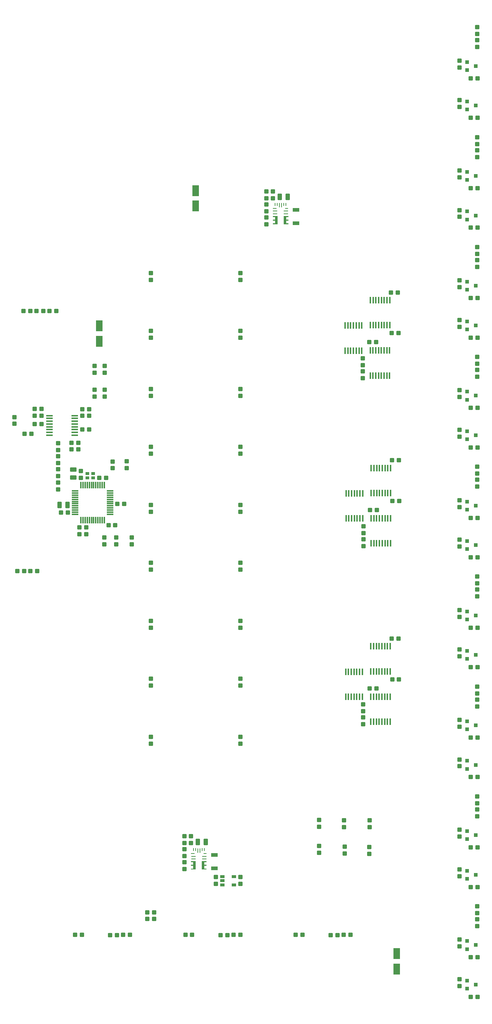
<source format=gtp>
G04*
G04 #@! TF.GenerationSoftware,Altium Limited,Altium Designer,23.10.1 (27)*
G04*
G04 Layer_Color=8421504*
%FSLAX44Y44*%
%MOMM*%
G71*
G04*
G04 #@! TF.SameCoordinates,2E78A80F-BD86-4490-A529-E194FF2111EF*
G04*
G04*
G04 #@! TF.FilePolarity,Positive*
G04*
G01*
G75*
G04:AMPARAMS|DCode=18|XSize=0.9398mm|YSize=0.9906mm|CornerRadius=0.047mm|HoleSize=0mm|Usage=FLASHONLY|Rotation=90.000|XOffset=0mm|YOffset=0mm|HoleType=Round|Shape=RoundedRectangle|*
%AMROUNDEDRECTD18*
21,1,0.9398,0.8966,0,0,90.0*
21,1,0.8458,0.9906,0,0,90.0*
1,1,0.0940,0.4483,0.4229*
1,1,0.0940,0.4483,-0.4229*
1,1,0.0940,-0.4483,-0.4229*
1,1,0.0940,-0.4483,0.4229*
%
%ADD18ROUNDEDRECTD18*%
G04:AMPARAMS|DCode=19|XSize=0.9398mm|YSize=0.9906mm|CornerRadius=0.047mm|HoleSize=0mm|Usage=FLASHONLY|Rotation=0.000|XOffset=0mm|YOffset=0mm|HoleType=Round|Shape=RoundedRectangle|*
%AMROUNDEDRECTD19*
21,1,0.9398,0.8966,0,0,0.0*
21,1,0.8458,0.9906,0,0,0.0*
1,1,0.0940,0.4229,-0.4483*
1,1,0.0940,-0.4229,-0.4483*
1,1,0.0940,-0.4229,0.4483*
1,1,0.0940,0.4229,0.4483*
%
%ADD19ROUNDEDRECTD19*%
G04:AMPARAMS|DCode=20|XSize=0.7874mm|YSize=0.7112mm|CornerRadius=0.0356mm|HoleSize=0mm|Usage=FLASHONLY|Rotation=0.000|XOffset=0mm|YOffset=0mm|HoleType=Round|Shape=RoundedRectangle|*
%AMROUNDEDRECTD20*
21,1,0.7874,0.6401,0,0,0.0*
21,1,0.7163,0.7112,0,0,0.0*
1,1,0.0711,0.3581,-0.3200*
1,1,0.0711,-0.3581,-0.3200*
1,1,0.0711,-0.3581,0.3200*
1,1,0.0711,0.3581,0.3200*
%
%ADD20ROUNDEDRECTD20*%
G04:AMPARAMS|DCode=21|XSize=1.5494mm|YSize=0.3556mm|CornerRadius=0.0178mm|HoleSize=0mm|Usage=FLASHONLY|Rotation=270.000|XOffset=0mm|YOffset=0mm|HoleType=Round|Shape=RoundedRectangle|*
%AMROUNDEDRECTD21*
21,1,1.5494,0.3200,0,0,270.0*
21,1,1.5138,0.3556,0,0,270.0*
1,1,0.0356,-0.1600,-0.7569*
1,1,0.0356,-0.1600,0.7569*
1,1,0.0356,0.1600,0.7569*
1,1,0.0356,0.1600,-0.7569*
%
%ADD21ROUNDEDRECTD21*%
G04:AMPARAMS|DCode=22|XSize=0.6096mm|YSize=1.0414mm|CornerRadius=0.0305mm|HoleSize=0mm|Usage=FLASHONLY|Rotation=270.000|XOffset=0mm|YOffset=0mm|HoleType=Round|Shape=RoundedRectangle|*
%AMROUNDEDRECTD22*
21,1,0.6096,0.9804,0,0,270.0*
21,1,0.5486,1.0414,0,0,270.0*
1,1,0.0610,-0.4902,-0.2743*
1,1,0.0610,-0.4902,0.2743*
1,1,0.0610,0.4902,0.2743*
1,1,0.0610,0.4902,-0.2743*
%
%ADD22ROUNDEDRECTD22*%
G04:AMPARAMS|DCode=23|XSize=1.5494mm|YSize=0.3556mm|CornerRadius=0.0178mm|HoleSize=0mm|Usage=FLASHONLY|Rotation=180.000|XOffset=0mm|YOffset=0mm|HoleType=Round|Shape=RoundedRectangle|*
%AMROUNDEDRECTD23*
21,1,1.5494,0.3200,0,0,180.0*
21,1,1.5138,0.3556,0,0,180.0*
1,1,0.0356,-0.7569,0.1600*
1,1,0.0356,0.7569,0.1600*
1,1,0.0356,0.7569,-0.1600*
1,1,0.0356,-0.7569,-0.1600*
%
%ADD23ROUNDEDRECTD23*%
G04:AMPARAMS|DCode=24|XSize=0.25mm|YSize=0.7mm|CornerRadius=0.0125mm|HoleSize=0mm|Usage=FLASHONLY|Rotation=0.000|XOffset=0mm|YOffset=0mm|HoleType=Round|Shape=RoundedRectangle|*
%AMROUNDEDRECTD24*
21,1,0.2500,0.6750,0,0,0.0*
21,1,0.2250,0.7000,0,0,0.0*
1,1,0.0250,0.1125,-0.3375*
1,1,0.0250,-0.1125,-0.3375*
1,1,0.0250,-0.1125,0.3375*
1,1,0.0250,0.1125,0.3375*
%
%ADD24ROUNDEDRECTD24*%
G04:AMPARAMS|DCode=25|XSize=0.25mm|YSize=1.1mm|CornerRadius=0.0125mm|HoleSize=0mm|Usage=FLASHONLY|Rotation=0.000|XOffset=0mm|YOffset=0mm|HoleType=Round|Shape=RoundedRectangle|*
%AMROUNDEDRECTD25*
21,1,0.2500,1.0750,0,0,0.0*
21,1,0.2250,1.1000,0,0,0.0*
1,1,0.0250,0.1125,-0.5375*
1,1,0.0250,-0.1125,-0.5375*
1,1,0.0250,-0.1125,0.5375*
1,1,0.0250,0.1125,0.5375*
%
%ADD25ROUNDEDRECTD25*%
G04:AMPARAMS|DCode=26|XSize=0.25mm|YSize=0.7mm|CornerRadius=0.0125mm|HoleSize=0mm|Usage=FLASHONLY|Rotation=90.000|XOffset=0mm|YOffset=0mm|HoleType=Round|Shape=RoundedRectangle|*
%AMROUNDEDRECTD26*
21,1,0.2500,0.6750,0,0,90.0*
21,1,0.2250,0.7000,0,0,90.0*
1,1,0.0250,0.3375,0.1125*
1,1,0.0250,0.3375,-0.1125*
1,1,0.0250,-0.3375,-0.1125*
1,1,0.0250,-0.3375,0.1125*
%
%ADD26ROUNDEDRECTD26*%
G04:AMPARAMS|DCode=27|XSize=0.25mm|YSize=1.1mm|CornerRadius=0.0125mm|HoleSize=0mm|Usage=FLASHONLY|Rotation=90.000|XOffset=0mm|YOffset=0mm|HoleType=Round|Shape=RoundedRectangle|*
%AMROUNDEDRECTD27*
21,1,0.2500,1.0750,0,0,90.0*
21,1,0.2250,1.1000,0,0,90.0*
1,1,0.0250,0.5375,0.1125*
1,1,0.0250,0.5375,-0.1125*
1,1,0.0250,-0.5375,-0.1125*
1,1,0.0250,-0.5375,0.1125*
%
%ADD27ROUNDEDRECTD27*%
G04:AMPARAMS|DCode=28|XSize=0.25mm|YSize=0.8mm|CornerRadius=0.0125mm|HoleSize=0mm|Usage=FLASHONLY|Rotation=90.000|XOffset=0mm|YOffset=0mm|HoleType=Round|Shape=RoundedRectangle|*
%AMROUNDEDRECTD28*
21,1,0.2500,0.7750,0,0,90.0*
21,1,0.2250,0.8000,0,0,90.0*
1,1,0.0250,0.3875,0.1125*
1,1,0.0250,0.3875,-0.1125*
1,1,0.0250,-0.3875,-0.1125*
1,1,0.0250,-0.3875,0.1125*
%
%ADD28ROUNDEDRECTD28*%
G04:AMPARAMS|DCode=29|XSize=1.6002mm|YSize=0.2997mm|CornerRadius=0.015mm|HoleSize=0mm|Usage=FLASHONLY|Rotation=90.000|XOffset=0mm|YOffset=0mm|HoleType=Round|Shape=RoundedRectangle|*
%AMROUNDEDRECTD29*
21,1,1.6002,0.2697,0,0,90.0*
21,1,1.5702,0.2997,0,0,90.0*
1,1,0.0300,0.1349,0.7851*
1,1,0.0300,0.1349,-0.7851*
1,1,0.0300,-0.1349,-0.7851*
1,1,0.0300,-0.1349,0.7851*
%
%ADD29ROUNDEDRECTD29*%
G04:AMPARAMS|DCode=30|XSize=1.6002mm|YSize=0.2997mm|CornerRadius=0.015mm|HoleSize=0mm|Usage=FLASHONLY|Rotation=180.000|XOffset=0mm|YOffset=0mm|HoleType=Round|Shape=RoundedRectangle|*
%AMROUNDEDRECTD30*
21,1,1.6002,0.2697,0,0,180.0*
21,1,1.5702,0.2997,0,0,180.0*
1,1,0.0300,-0.7851,0.1349*
1,1,0.0300,0.7851,0.1349*
1,1,0.0300,0.7851,-0.1349*
1,1,0.0300,-0.7851,-0.1349*
%
%ADD30ROUNDEDRECTD30*%
G04:AMPARAMS|DCode=31|XSize=0.7874mm|YSize=0.889mm|CornerRadius=0.0394mm|HoleSize=0mm|Usage=FLASHONLY|Rotation=90.000|XOffset=0mm|YOffset=0mm|HoleType=Round|Shape=RoundedRectangle|*
%AMROUNDEDRECTD31*
21,1,0.7874,0.8103,0,0,90.0*
21,1,0.7087,0.8890,0,0,90.0*
1,1,0.0787,0.4051,0.3543*
1,1,0.0787,0.4051,-0.3543*
1,1,0.0787,-0.4051,-0.3543*
1,1,0.0787,-0.4051,0.3543*
%
%ADD31ROUNDEDRECTD31*%
G04:AMPARAMS|DCode=32|XSize=1.6002mm|YSize=2.5908mm|CornerRadius=0.2mm|HoleSize=0mm|Usage=FLASHONLY|Rotation=0.000|XOffset=0mm|YOffset=0mm|HoleType=Round|Shape=RoundedRectangle|*
%AMROUNDEDRECTD32*
21,1,1.6002,2.1908,0,0,0.0*
21,1,1.2002,2.5908,0,0,0.0*
1,1,0.4001,0.6001,-1.0954*
1,1,0.4001,-0.6001,-1.0954*
1,1,0.4001,-0.6001,1.0954*
1,1,0.4001,0.6001,1.0954*
%
%ADD32ROUNDEDRECTD32*%
G04:AMPARAMS|DCode=33|XSize=0.9906mm|YSize=1.4478mm|CornerRadius=0.0495mm|HoleSize=0mm|Usage=FLASHONLY|Rotation=180.000|XOffset=0mm|YOffset=0mm|HoleType=Round|Shape=RoundedRectangle|*
%AMROUNDEDRECTD33*
21,1,0.9906,1.3487,0,0,180.0*
21,1,0.8915,1.4478,0,0,180.0*
1,1,0.0991,-0.4458,0.6744*
1,1,0.0991,0.4458,0.6744*
1,1,0.0991,0.4458,-0.6744*
1,1,0.0991,-0.4458,-0.6744*
%
%ADD33ROUNDEDRECTD33*%
G04:AMPARAMS|DCode=34|XSize=0.889mm|YSize=1.6002mm|CornerRadius=0.0445mm|HoleSize=0mm|Usage=FLASHONLY|Rotation=270.000|XOffset=0mm|YOffset=0mm|HoleType=Round|Shape=RoundedRectangle|*
%AMROUNDEDRECTD34*
21,1,0.8890,1.5113,0,0,270.0*
21,1,0.8001,1.6002,0,0,270.0*
1,1,0.0889,-0.7557,-0.4001*
1,1,0.0889,-0.7557,0.4001*
1,1,0.0889,0.7557,0.4001*
1,1,0.0889,0.7557,-0.4001*
%
%ADD34ROUNDEDRECTD34*%
G04:AMPARAMS|DCode=35|XSize=0.9906mm|YSize=1.4478mm|CornerRadius=0.0495mm|HoleSize=0mm|Usage=FLASHONLY|Rotation=90.000|XOffset=0mm|YOffset=0mm|HoleType=Round|Shape=RoundedRectangle|*
%AMROUNDEDRECTD35*
21,1,0.9906,1.3487,0,0,90.0*
21,1,0.8915,1.4478,0,0,90.0*
1,1,0.0991,0.6744,0.4458*
1,1,0.0991,0.6744,-0.4458*
1,1,0.0991,-0.6744,-0.4458*
1,1,0.0991,-0.6744,0.4458*
%
%ADD35ROUNDEDRECTD35*%
G36*
X445882Y325984D02*
X434882D01*
Y328484D01*
X439882D01*
Y334484D01*
X434882D01*
Y336984D01*
X439882D01*
Y342984D01*
X434882D01*
Y345484D01*
X445882D01*
Y325984D01*
D02*
G37*
G36*
X470882Y342984D02*
X465882D01*
Y336984D01*
X470882D01*
Y334484D01*
X465882D01*
Y328484D01*
X470882D01*
Y325984D01*
X459882D01*
Y345484D01*
X470882D01*
Y342984D01*
D02*
G37*
G36*
X637652Y1838300D02*
X626652D01*
Y1840800D01*
X631652D01*
Y1846800D01*
X626652D01*
Y1849300D01*
X631652D01*
Y1855300D01*
X626652D01*
Y1857800D01*
X637652D01*
Y1838300D01*
D02*
G37*
G36*
X662652Y1855300D02*
X657652D01*
Y1849300D01*
X662652D01*
Y1846800D01*
X657652D01*
Y1840800D01*
X662652D01*
Y1838300D01*
X651652D01*
Y1857800D01*
X662652D01*
Y1855300D01*
D02*
G37*
D18*
X20574Y1386840D02*
D03*
Y1370838D02*
D03*
X283718Y1267206D02*
D03*
Y1283208D02*
D03*
X250952Y1266698D02*
D03*
Y1282700D02*
D03*
X232410Y1490726D02*
D03*
Y1506728D02*
D03*
X208534Y1490472D02*
D03*
Y1506474D02*
D03*
X1106170Y240030D02*
D03*
Y224028D02*
D03*
Y497586D02*
D03*
Y481584D02*
D03*
Y755142D02*
D03*
Y739140D02*
D03*
Y1012698D02*
D03*
Y996696D02*
D03*
Y1270254D02*
D03*
Y1254252D02*
D03*
Y1527810D02*
D03*
Y1511808D02*
D03*
Y1785366D02*
D03*
Y1769364D02*
D03*
Y2042922D02*
D03*
Y2026920D02*
D03*
Y2300478D02*
D03*
Y2284476D02*
D03*
X1105916Y193548D02*
D03*
Y209550D02*
D03*
Y451104D02*
D03*
Y467106D02*
D03*
Y708660D02*
D03*
Y724662D02*
D03*
Y966216D02*
D03*
Y982218D02*
D03*
Y1223772D02*
D03*
Y1239774D02*
D03*
Y1481328D02*
D03*
Y1497330D02*
D03*
Y1738884D02*
D03*
Y1754886D02*
D03*
Y1996440D02*
D03*
Y2012442D02*
D03*
Y2253996D02*
D03*
Y2269998D02*
D03*
X1064260Y161798D02*
D03*
Y145796D02*
D03*
Y419354D02*
D03*
Y403352D02*
D03*
Y676910D02*
D03*
Y660908D02*
D03*
Y934466D02*
D03*
Y918464D02*
D03*
Y1192022D02*
D03*
Y1176020D02*
D03*
Y1449578D02*
D03*
Y1433576D02*
D03*
Y1707134D02*
D03*
Y1691132D02*
D03*
Y1964690D02*
D03*
Y1948688D02*
D03*
Y2222246D02*
D03*
Y2206244D02*
D03*
X1064514Y69088D02*
D03*
Y53086D02*
D03*
Y326644D02*
D03*
Y310642D02*
D03*
Y584200D02*
D03*
Y568198D02*
D03*
Y841756D02*
D03*
Y825754D02*
D03*
Y1099312D02*
D03*
Y1083310D02*
D03*
Y1356868D02*
D03*
Y1340866D02*
D03*
Y1614424D02*
D03*
Y1598422D02*
D03*
Y1871980D02*
D03*
Y1855978D02*
D03*
Y2129536D02*
D03*
Y2113534D02*
D03*
X550672Y621284D02*
D03*
Y637286D02*
D03*
X340360Y621284D02*
D03*
Y637286D02*
D03*
X550672Y757174D02*
D03*
Y773176D02*
D03*
X340360Y757174D02*
D03*
Y773176D02*
D03*
X550672Y893064D02*
D03*
Y909066D02*
D03*
X340360Y893064D02*
D03*
Y909066D02*
D03*
X550672Y1028954D02*
D03*
Y1044956D02*
D03*
X340360Y1028954D02*
D03*
Y1044956D02*
D03*
X550672Y1164844D02*
D03*
Y1180846D02*
D03*
X340360Y1164844D02*
D03*
Y1180846D02*
D03*
X550672Y1300734D02*
D03*
Y1316736D02*
D03*
X340360Y1300734D02*
D03*
Y1316736D02*
D03*
X550672Y1436624D02*
D03*
Y1452626D02*
D03*
X340360Y1436624D02*
D03*
Y1452626D02*
D03*
X550672Y1572514D02*
D03*
Y1588516D02*
D03*
X340360Y1572514D02*
D03*
Y1588516D02*
D03*
X550672Y1708404D02*
D03*
Y1724406D02*
D03*
X340360Y1708404D02*
D03*
Y1724406D02*
D03*
X347726Y226060D02*
D03*
Y210058D02*
D03*
X122682Y1248156D02*
D03*
Y1264158D02*
D03*
X794766Y379984D02*
D03*
Y363982D02*
D03*
X852932Y378968D02*
D03*
Y362966D02*
D03*
X735076Y381508D02*
D03*
Y365506D02*
D03*
X122682Y1233424D02*
D03*
Y1217422D02*
D03*
X332232Y226060D02*
D03*
Y210058D02*
D03*
X122682Y1309370D02*
D03*
Y1325372D02*
D03*
Y1294892D02*
D03*
Y1278890D02*
D03*
X208280Y1450848D02*
D03*
Y1434846D02*
D03*
X232156Y1450848D02*
D03*
Y1434846D02*
D03*
X611378Y1899920D02*
D03*
Y1915922D02*
D03*
Y1869440D02*
D03*
Y1885442D02*
D03*
X626872Y1899920D02*
D03*
Y1915922D02*
D03*
X611378Y1854962D02*
D03*
Y1838960D02*
D03*
X173228Y1112012D02*
D03*
Y1128014D02*
D03*
X419608Y388366D02*
D03*
Y404368D02*
D03*
Y357632D02*
D03*
Y373634D02*
D03*
X434848Y388366D02*
D03*
Y404368D02*
D03*
X419608Y327152D02*
D03*
Y343154D02*
D03*
X838708Y682498D02*
D03*
Y666496D02*
D03*
X839470Y1100582D02*
D03*
Y1084580D02*
D03*
X837438Y1494028D02*
D03*
Y1478026D02*
D03*
X838454Y696976D02*
D03*
Y712978D02*
D03*
X839216Y1115060D02*
D03*
Y1131062D02*
D03*
X837184Y1508506D02*
D03*
Y1524508D02*
D03*
X295402Y1104392D02*
D03*
Y1088390D02*
D03*
X258826Y1104392D02*
D03*
Y1088390D02*
D03*
X230886Y1104392D02*
D03*
Y1088390D02*
D03*
X493014Y308610D02*
D03*
Y292608D02*
D03*
X550164Y308610D02*
D03*
Y292608D02*
D03*
X188722Y1128014D02*
D03*
Y1112012D02*
D03*
X176530Y1260348D02*
D03*
Y1244346D02*
D03*
X853440Y425704D02*
D03*
Y441706D02*
D03*
X793750Y425704D02*
D03*
Y441706D02*
D03*
X734822Y426466D02*
D03*
Y442468D02*
D03*
D19*
X60452Y1347470D02*
D03*
X44450D02*
D03*
X219202Y1244600D02*
D03*
X235204D02*
D03*
X102870Y1635760D02*
D03*
X118872D02*
D03*
X57912Y1635506D02*
D03*
X41910D02*
D03*
X72390Y1635760D02*
D03*
X88392D02*
D03*
X1106678Y27686D02*
D03*
X1090676D02*
D03*
X1106678Y285242D02*
D03*
X1090676D02*
D03*
X1106678Y542798D02*
D03*
X1090676D02*
D03*
X1106678Y800354D02*
D03*
X1090676D02*
D03*
X1106678Y1057910D02*
D03*
X1090676D02*
D03*
X1106678Y1315466D02*
D03*
X1090676D02*
D03*
X1106678Y1573022D02*
D03*
X1090676D02*
D03*
X1106678Y1830578D02*
D03*
X1090676D02*
D03*
X1106678Y2088134D02*
D03*
X1090676D02*
D03*
X1106678Y120396D02*
D03*
X1090676D02*
D03*
X1106678Y377952D02*
D03*
X1090676D02*
D03*
X1106678Y635508D02*
D03*
X1090676D02*
D03*
X1106678Y893064D02*
D03*
X1090676D02*
D03*
X1106678Y1150620D02*
D03*
X1090676D02*
D03*
X1106678Y1408176D02*
D03*
X1090676D02*
D03*
X1106678Y1665732D02*
D03*
X1090676D02*
D03*
X1106678Y1923288D02*
D03*
X1090676D02*
D03*
X1106678Y2180844D02*
D03*
X1090676D02*
D03*
X695960Y172974D02*
D03*
X679958D02*
D03*
X437388D02*
D03*
X421386D02*
D03*
X178816D02*
D03*
X162814D02*
D03*
X778256Y172720D02*
D03*
X762254D02*
D03*
X519684D02*
D03*
X503682D02*
D03*
X261112D02*
D03*
X245110D02*
D03*
X792734Y172974D02*
D03*
X808736D02*
D03*
X534162D02*
D03*
X550164D02*
D03*
X275590D02*
D03*
X291592D02*
D03*
X57912Y1025906D02*
D03*
X73914D02*
D03*
X43180Y1025652D02*
D03*
X27178D02*
D03*
X179578Y1390142D02*
D03*
X195580D02*
D03*
X170180Y1311402D02*
D03*
X154178D02*
D03*
X83820Y1390142D02*
D03*
X67818D02*
D03*
X170180Y1326642D02*
D03*
X154178D02*
D03*
X906526Y771906D02*
D03*
X922528D02*
D03*
X907288Y1189990D02*
D03*
X923290D02*
D03*
X905256Y1583436D02*
D03*
X921258D02*
D03*
X921004Y867410D02*
D03*
X905002D02*
D03*
X921766Y1285494D02*
D03*
X905764D02*
D03*
X919734Y1678940D02*
D03*
X903732D02*
D03*
X853694Y750824D02*
D03*
X869696D02*
D03*
X854456Y1168908D02*
D03*
X870458D02*
D03*
X852424Y1562354D02*
D03*
X868426D02*
D03*
X179578Y1357630D02*
D03*
X195580D02*
D03*
Y1405128D02*
D03*
X179578D02*
D03*
X83820Y1370330D02*
D03*
X67818D02*
D03*
Y1405636D02*
D03*
X83820D02*
D03*
X261874Y1183132D02*
D03*
X277876D02*
D03*
X241046Y1133348D02*
D03*
X257048D02*
D03*
X130048Y1163320D02*
D03*
X146050D02*
D03*
D20*
X191516Y1254252D02*
D03*
X204724D02*
D03*
Y1244244D02*
D03*
X191516D02*
D03*
D21*
X856386Y849376D02*
D03*
Y790448D02*
D03*
X895401Y849376D02*
D03*
X888898D02*
D03*
X882396D02*
D03*
X875894D02*
D03*
X869391D02*
D03*
X862889D02*
D03*
X901903Y790448D02*
D03*
X895401D02*
D03*
X888898D02*
D03*
X882396D02*
D03*
X875894D02*
D03*
X869391D02*
D03*
X862889D02*
D03*
X901903Y849376D02*
D03*
X857148Y1267460D02*
D03*
Y1208532D02*
D03*
X896163Y1267460D02*
D03*
X889660D02*
D03*
X883158D02*
D03*
X876656D02*
D03*
X870153D02*
D03*
X863651D02*
D03*
X902665Y1208532D02*
D03*
X896163D02*
D03*
X889660D02*
D03*
X883158D02*
D03*
X876656D02*
D03*
X870153D02*
D03*
X863651D02*
D03*
X902665Y1267460D02*
D03*
X855116Y1660906D02*
D03*
Y1601978D02*
D03*
X894131Y1660906D02*
D03*
X887628D02*
D03*
X881126D02*
D03*
X874624D02*
D03*
X868121D02*
D03*
X861619D02*
D03*
X900633Y1601978D02*
D03*
X894131D02*
D03*
X887628D02*
D03*
X881126D02*
D03*
X874624D02*
D03*
X868121D02*
D03*
X861619D02*
D03*
X900633Y1660906D02*
D03*
X829869Y789940D02*
D03*
X823366D02*
D03*
X816864D02*
D03*
X810362D02*
D03*
X803859D02*
D03*
X797357D02*
D03*
X836371Y731012D02*
D03*
X829869D02*
D03*
X823366D02*
D03*
X816864D02*
D03*
X810362D02*
D03*
X803859D02*
D03*
X797357D02*
D03*
X836371Y789940D02*
D03*
X830631Y1208024D02*
D03*
X824128D02*
D03*
X817626D02*
D03*
X811124D02*
D03*
X804621D02*
D03*
X798119D02*
D03*
X837133Y1149096D02*
D03*
X830631D02*
D03*
X824128D02*
D03*
X817626D02*
D03*
X811124D02*
D03*
X804621D02*
D03*
X798119D02*
D03*
X837133Y1208024D02*
D03*
X828599Y1601470D02*
D03*
X822096D02*
D03*
X815594D02*
D03*
X809092D02*
D03*
X802589D02*
D03*
X796087D02*
D03*
X835101Y1542542D02*
D03*
X828599D02*
D03*
X822096D02*
D03*
X815594D02*
D03*
X809092D02*
D03*
X802589D02*
D03*
X796087D02*
D03*
X835101Y1601470D02*
D03*
X901802Y672592D02*
D03*
Y731520D02*
D03*
X862787Y672592D02*
D03*
X869290D02*
D03*
X875792D02*
D03*
X882294D02*
D03*
X888797D02*
D03*
X895299D02*
D03*
X856285Y731520D02*
D03*
X862787D02*
D03*
X869290D02*
D03*
X875792D02*
D03*
X882294D02*
D03*
X888797D02*
D03*
X895299D02*
D03*
X856285Y672592D02*
D03*
X902564Y1090676D02*
D03*
Y1149604D02*
D03*
X863549Y1090676D02*
D03*
X870052D02*
D03*
X876554D02*
D03*
X883056D02*
D03*
X889559D02*
D03*
X896061D02*
D03*
X857047Y1149604D02*
D03*
X863549D02*
D03*
X870052D02*
D03*
X876554D02*
D03*
X883056D02*
D03*
X889559D02*
D03*
X896061D02*
D03*
X857047Y1090676D02*
D03*
X900532Y1484122D02*
D03*
Y1543050D02*
D03*
X861517Y1484122D02*
D03*
X868020D02*
D03*
X874522D02*
D03*
X881024D02*
D03*
X887527D02*
D03*
X894029D02*
D03*
X855015Y1543050D02*
D03*
X861517D02*
D03*
X868020D02*
D03*
X874522D02*
D03*
X881024D02*
D03*
X887527D02*
D03*
X894029D02*
D03*
X855015Y1484122D02*
D03*
D22*
X534924Y309372D02*
D03*
Y290373D02*
D03*
X508000D02*
D03*
Y299872D02*
D03*
Y309372D02*
D03*
D23*
X161798Y1389990D02*
D03*
X102870D02*
D03*
X161798Y1350975D02*
D03*
Y1357478D02*
D03*
Y1363980D02*
D03*
Y1370482D02*
D03*
Y1376985D02*
D03*
Y1383487D02*
D03*
X102870Y1344473D02*
D03*
Y1350975D02*
D03*
Y1357478D02*
D03*
Y1363980D02*
D03*
Y1370482D02*
D03*
Y1376985D02*
D03*
Y1383487D02*
D03*
X161798Y1344473D02*
D03*
D24*
X632152Y1885050D02*
D03*
X637152D02*
D03*
X652152D02*
D03*
X657152D02*
D03*
X440382Y372734D02*
D03*
X445382D02*
D03*
X460382D02*
D03*
X465382D02*
D03*
D25*
X642152Y1883050D02*
D03*
X647152D02*
D03*
X450382Y370734D02*
D03*
X455382D02*
D03*
D26*
X659152Y1876050D02*
D03*
X467382Y363734D02*
D03*
D27*
X657152Y1869550D02*
D03*
Y1863050D02*
D03*
X632152D02*
D03*
Y1869550D02*
D03*
X465382Y357234D02*
D03*
Y350734D02*
D03*
X440382D02*
D03*
Y357234D02*
D03*
D28*
X630652Y1876050D02*
D03*
X438882Y363734D02*
D03*
D29*
X231216Y1227074D02*
D03*
X226212D02*
D03*
X221209D02*
D03*
X216205D02*
D03*
X211201D02*
D03*
X206197D02*
D03*
X201219D02*
D03*
X196215D02*
D03*
X191211D02*
D03*
X186207D02*
D03*
X181204D02*
D03*
X176200D02*
D03*
X231216Y1145286D02*
D03*
X226212D02*
D03*
X221209D02*
D03*
X216205D02*
D03*
X211201D02*
D03*
X206197D02*
D03*
X201219D02*
D03*
X196215D02*
D03*
X191211D02*
D03*
X186207D02*
D03*
X181204D02*
D03*
X176200D02*
D03*
D30*
X162814Y1158672D02*
D03*
Y1163676D02*
D03*
Y1168679D02*
D03*
Y1173683D02*
D03*
Y1178687D02*
D03*
Y1183691D02*
D03*
Y1188669D02*
D03*
Y1193673D02*
D03*
Y1198677D02*
D03*
Y1203681D02*
D03*
Y1208684D02*
D03*
Y1213688D02*
D03*
X244602Y1158672D02*
D03*
Y1163676D02*
D03*
Y1168679D02*
D03*
Y1173683D02*
D03*
Y1178687D02*
D03*
Y1183691D02*
D03*
Y1188669D02*
D03*
Y1193673D02*
D03*
Y1198677D02*
D03*
Y1203681D02*
D03*
Y1208684D02*
D03*
Y1213688D02*
D03*
D31*
X1082040Y139700D02*
D03*
Y158496D02*
D03*
X1102106Y149098D02*
D03*
X1082040Y397256D02*
D03*
Y416052D02*
D03*
X1102106Y406654D02*
D03*
X1082040Y654812D02*
D03*
Y673608D02*
D03*
X1102106Y664210D02*
D03*
X1082040Y912368D02*
D03*
Y931164D02*
D03*
X1102106Y921766D02*
D03*
X1082040Y1169924D02*
D03*
Y1188720D02*
D03*
X1102106Y1179322D02*
D03*
X1082040Y1427480D02*
D03*
Y1446276D02*
D03*
X1102106Y1436878D02*
D03*
X1082040Y1685036D02*
D03*
Y1703832D02*
D03*
X1102106Y1694434D02*
D03*
X1082040Y1942592D02*
D03*
Y1961388D02*
D03*
X1102106Y1951990D02*
D03*
X1082040Y2200148D02*
D03*
Y2218944D02*
D03*
X1102106Y2209546D02*
D03*
X1082294Y46990D02*
D03*
Y65786D02*
D03*
X1102360Y56388D02*
D03*
X1082294Y304546D02*
D03*
Y323342D02*
D03*
X1102360Y313944D02*
D03*
X1082294Y562102D02*
D03*
Y580898D02*
D03*
X1102360Y571500D02*
D03*
X1082294Y819658D02*
D03*
Y838454D02*
D03*
X1102360Y829056D02*
D03*
X1082294Y1077214D02*
D03*
Y1096010D02*
D03*
X1102360Y1086612D02*
D03*
X1082294Y1334770D02*
D03*
Y1353566D02*
D03*
X1102360Y1344168D02*
D03*
X1082294Y1592326D02*
D03*
Y1611122D02*
D03*
X1102360Y1601724D02*
D03*
X1082294Y1849882D02*
D03*
Y1868678D02*
D03*
X1102360Y1859280D02*
D03*
X1082294Y2107438D02*
D03*
Y2126234D02*
D03*
X1102360Y2116836D02*
D03*
D32*
X219710Y1600454D02*
D03*
Y1564386D02*
D03*
X917448Y92964D02*
D03*
Y129032D02*
D03*
X445262Y1881378D02*
D03*
Y1917446D02*
D03*
D33*
X642620Y1903222D02*
D03*
X661670D02*
D03*
X450342Y390906D02*
D03*
X469392D02*
D03*
X126238Y1180846D02*
D03*
X145288D02*
D03*
D34*
X680974Y1841500D02*
D03*
Y1872488D02*
D03*
X489712Y329184D02*
D03*
Y360172D02*
D03*
D35*
X158496Y1263904D02*
D03*
Y1244854D02*
D03*
M02*

</source>
